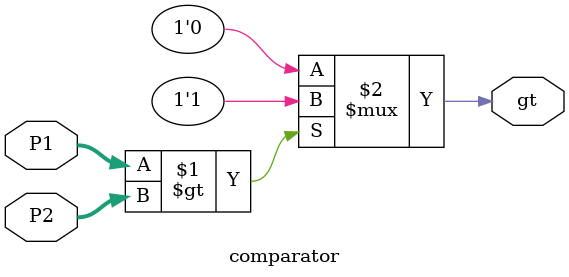
<source format=sv>
`timescale 1ns/1ns
module register_8bit_P1(input clk,rst,inzP1,incP1,output logic [7:0]PO1,output logic CO1);
always @(posedge clk,posedge rst) begin
	if(rst) PO1 <= 8'd0;
	else begin
		if(inzP1) PO1<=8'd0;	
		else if(incP1)begin
			PO1<=PO1+1;
			//CO1 = (PO1 == 8'b11111110)?1'b1:1'b0;
			end
		end
end
assign CO1 = &(PO1);
endmodule



module register_8bit_P2(input clk,rst,inzP2,incP2,incLd,input [7:0] PI1,output logic [7:0]PO2,output logic CO2);
always @(posedge clk,posedge rst) begin
	if(rst) PO2 <= 8'd0;
	else begin
		if(inzP2)
			PO2<={7'b0,1'b1};	
		if(incP2)begin
			PO2<=PO2+1;
			if(PO2 == 8'b11111111) CO2<=1'b1;
			else CO2 <= 1'b0;
		end
		if(incLd)
			PO2<=PI1 + 2;
	end
end
endmodule






module register_16bit(input clk,rst,ld,input [15:0]PI,output logic [15:0] PO);
always @(posedge clk,posedge rst) begin
	if (rst)
		PO<=16'd0;
	else begin
	if(ld)
		PO<=PI;
	end
end
endmodule






module MUX #(parameter BIT_SIZE) (input s,input [BIT_SIZE-1:0] a,b,output [BIT_SIZE-1:0] w);
	assign w=(~s)?a:b;
endmodule





module comparator(input [15:0] P1,P2,output gt);
	assign gt=(P1>P2)?1'b1:1'b0;
endmodule

</source>
